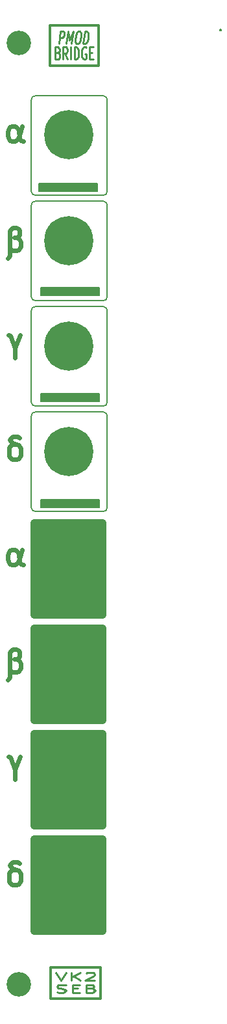
<source format=gbr>
%TF.GenerationSoftware,KiCad,Pcbnew,(6.0.6)*%
%TF.CreationDate,2022-08-15T20:12:40+02:00*%
%TF.ProjectId,eurorack-pmod-panel,6575726f-7261-4636-9b2d-706d6f642d70,rev?*%
%TF.SameCoordinates,Original*%
%TF.FileFunction,Soldermask,Top*%
%TF.FilePolarity,Negative*%
%FSLAX46Y46*%
G04 Gerber Fmt 4.6, Leading zero omitted, Abs format (unit mm)*
G04 Created by KiCad (PCBNEW (6.0.6)) date 2022-08-15 20:12:40*
%MOMM*%
%LPD*%
G01*
G04 APERTURE LIST*
%ADD10C,0.250000*%
%ADD11C,0.300000*%
%ADD12C,0.200000*%
%ADD13C,0.600000*%
%ADD14C,1.000000*%
%ADD15C,0.150000*%
%ADD16C,6.400000*%
%ADD17C,3.200000*%
G04 APERTURE END LIST*
D10*
X5119952Y-4330714D02*
X5262809Y-4406904D01*
X5310428Y-4483095D01*
X5358047Y-4635476D01*
X5358047Y-4864047D01*
X5310428Y-5016428D01*
X5262809Y-5092619D01*
X5167571Y-5168809D01*
X4786619Y-5168809D01*
X4786619Y-3568809D01*
X5119952Y-3568809D01*
X5215190Y-3645000D01*
X5262809Y-3721190D01*
X5310428Y-3873571D01*
X5310428Y-4025952D01*
X5262809Y-4178333D01*
X5215190Y-4254523D01*
X5119952Y-4330714D01*
X4786619Y-4330714D01*
X6358047Y-5168809D02*
X6024714Y-4406904D01*
X5786619Y-5168809D02*
X5786619Y-3568809D01*
X6167571Y-3568809D01*
X6262809Y-3645000D01*
X6310428Y-3721190D01*
X6358047Y-3873571D01*
X6358047Y-4102142D01*
X6310428Y-4254523D01*
X6262809Y-4330714D01*
X6167571Y-4406904D01*
X5786619Y-4406904D01*
X6786619Y-5168809D02*
X6786619Y-3568809D01*
X7262809Y-5168809D02*
X7262809Y-3568809D01*
X7500904Y-3568809D01*
X7643761Y-3645000D01*
X7739000Y-3797380D01*
X7786619Y-3949761D01*
X7834238Y-4254523D01*
X7834238Y-4483095D01*
X7786619Y-4787857D01*
X7739000Y-4940238D01*
X7643761Y-5092619D01*
X7500904Y-5168809D01*
X7262809Y-5168809D01*
X8786619Y-3645000D02*
X8691380Y-3568809D01*
X8548523Y-3568809D01*
X8405666Y-3645000D01*
X8310428Y-3797380D01*
X8262809Y-3949761D01*
X8215190Y-4254523D01*
X8215190Y-4483095D01*
X8262809Y-4787857D01*
X8310428Y-4940238D01*
X8405666Y-5092619D01*
X8548523Y-5168809D01*
X8643761Y-5168809D01*
X8786619Y-5092619D01*
X8834238Y-5016428D01*
X8834238Y-4483095D01*
X8643761Y-4483095D01*
X9262809Y-4330714D02*
X9596142Y-4330714D01*
X9739000Y-5168809D02*
X9262809Y-5168809D01*
X9262809Y-3568809D01*
X9739000Y-3568809D01*
D11*
X4191000Y-123317000D02*
X10668000Y-123317000D01*
X10668000Y-123317000D02*
X10668000Y-127381000D01*
X10668000Y-127381000D02*
X4191000Y-127381000D01*
X4191000Y-127381000D02*
X4191000Y-123317000D01*
D12*
X1651000Y-10414000D02*
X1651000Y-22352000D01*
X11557000Y-22352000D02*
X11557000Y-10414000D01*
X2159000Y-9906000D02*
X11049000Y-9906000D01*
X2159000Y-9906000D02*
G75*
G03*
X1651000Y-10414000I1J-508001D01*
G01*
X11049000Y-22860000D02*
G75*
G03*
X11557000Y-22352000I0J508000D01*
G01*
X11557000Y-10414000D02*
G75*
G03*
X11049000Y-9906000I-508000J0D01*
G01*
X2159000Y-22860000D02*
X11049000Y-22860000D01*
X1651000Y-22352000D02*
G75*
G03*
X2159000Y-22860000I508001J1D01*
G01*
X1651000Y-24130000D02*
X1651000Y-36068000D01*
X11557000Y-36068000D02*
X11557000Y-24130000D01*
X2159000Y-23622000D02*
X11049000Y-23622000D01*
X2159000Y-23622000D02*
G75*
G03*
X1651000Y-24130000I1J-508001D01*
G01*
X11049000Y-36576000D02*
G75*
G03*
X11557000Y-36068000I0J508000D01*
G01*
X11557000Y-24130000D02*
G75*
G03*
X11049000Y-23622000I-508000J0D01*
G01*
X2159000Y-36576000D02*
X11049000Y-36576000D01*
X1651000Y-36068000D02*
G75*
G03*
X2159000Y-36576000I508001J1D01*
G01*
X1651000Y-37846000D02*
X1651000Y-49784000D01*
X11557000Y-49784000D02*
X11557000Y-37846000D01*
X2159000Y-37338000D02*
X11049000Y-37338000D01*
X2159000Y-37338000D02*
G75*
G03*
X1651000Y-37846000I1J-508001D01*
G01*
X11049000Y-50292000D02*
G75*
G03*
X11557000Y-49784000I0J508000D01*
G01*
X11557000Y-37846000D02*
G75*
G03*
X11049000Y-37338000I-508000J0D01*
G01*
X2159000Y-50292000D02*
X11049000Y-50292000D01*
X1651000Y-49784000D02*
G75*
G03*
X2159000Y-50292000I508001J1D01*
G01*
X11557000Y-63500000D02*
X11557000Y-51562000D01*
X2159000Y-64008000D02*
X11049000Y-64008000D01*
X2159000Y-51054000D02*
X11049000Y-51054000D01*
X1651000Y-51562000D02*
X1651000Y-63500000D01*
X11049000Y-64008000D02*
G75*
G03*
X11557000Y-63500000I0J508000D01*
G01*
X1651000Y-63500000D02*
G75*
G03*
X2159000Y-64008000I508000J0D01*
G01*
X11557000Y-51562000D02*
G75*
G03*
X11049000Y-51054000I-508000J0D01*
G01*
X2159000Y-51054000D02*
G75*
G03*
X1651000Y-51562000I0J-508000D01*
G01*
D13*
X-293714Y-110609142D02*
X-722285Y-110609142D01*
X-1008000Y-110752000D01*
X-1150857Y-110894857D01*
X-1293714Y-111180571D01*
X-1293714Y-112037714D01*
X-1150857Y-112323428D01*
X-1008000Y-112466285D01*
X-722285Y-112609142D01*
X-293714Y-112609142D01*
X-7999Y-112466285D01*
X134857Y-112323428D01*
X277714Y-112037714D01*
X277714Y-111180571D01*
X134857Y-110894857D01*
X-7999Y-110752000D01*
X-293714Y-110609142D01*
X-722285Y-110466285D01*
X-1008000Y-110323428D01*
X-1150857Y-110037714D01*
X-1008000Y-109752000D01*
X-722285Y-109609142D01*
X-150857Y-109609142D01*
X134857Y-109752000D01*
X-508000Y-97591428D02*
X-508000Y-98877142D01*
X-1365142Y-95877142D02*
X-1222285Y-95877142D01*
X-1079428Y-96020000D01*
X-508000Y-97591428D01*
X206285Y-95877142D01*
X-293714Y-83208857D02*
X-7999Y-83351714D01*
X134857Y-83494571D01*
X277714Y-83780285D01*
X277714Y-84351714D01*
X134857Y-84637428D01*
X-7999Y-84780285D01*
X-293714Y-84923142D01*
X-722285Y-84923142D01*
X-1008000Y-84780285D01*
X-1150857Y-84637428D01*
X-1436571Y-85923142D02*
X-1293714Y-85780285D01*
X-1150857Y-85494571D01*
X-1150857Y-82351714D01*
X-1008000Y-82066000D01*
X-722285Y-81923142D01*
X-293714Y-81923142D01*
X-7999Y-82066000D01*
X134857Y-82351714D01*
X134857Y-82780285D01*
X-7999Y-83066000D01*
X-293714Y-83208857D01*
X-579428Y-83208857D01*
X420571Y-68953142D02*
X-7999Y-70381714D01*
X-150857Y-70667428D01*
X-293714Y-70810285D01*
X-579428Y-70953142D01*
X-865142Y-70953142D01*
X-1150857Y-70810285D01*
X-1293714Y-70667428D01*
X-1436571Y-70238857D01*
X-1436571Y-69667428D01*
X-1293714Y-69238857D01*
X-1150857Y-69096000D01*
X-865142Y-68953142D01*
X-579428Y-68953142D01*
X-293714Y-69096000D01*
X-150857Y-69238857D01*
X-7999Y-69524571D01*
X134857Y-70524571D01*
X277714Y-70810285D01*
X563428Y-70953142D01*
D14*
X2032000Y-106680000D02*
X10922000Y-106680000D01*
X10922000Y-106680000D02*
X10922000Y-118618000D01*
X10922000Y-118618000D02*
X2032000Y-118618000D01*
X2032000Y-118618000D02*
X2032000Y-106680000D01*
G36*
X2032000Y-106680000D02*
G01*
X10922000Y-106680000D01*
X10922000Y-118618000D01*
X2032000Y-118618000D01*
X2032000Y-106680000D01*
G37*
X2032000Y-92964000D02*
X10922000Y-92964000D01*
X10922000Y-92964000D02*
X10922000Y-104902000D01*
X10922000Y-104902000D02*
X2032000Y-104902000D01*
X2032000Y-104902000D02*
X2032000Y-92964000D01*
G36*
X2032000Y-92964000D02*
G01*
X10922000Y-92964000D01*
X10922000Y-104902000D01*
X2032000Y-104902000D01*
X2032000Y-92964000D01*
G37*
X2032000Y-79248000D02*
X10922000Y-79248000D01*
X10922000Y-79248000D02*
X10922000Y-91186000D01*
X10922000Y-91186000D02*
X2032000Y-91186000D01*
X2032000Y-91186000D02*
X2032000Y-79248000D01*
G36*
X2032000Y-79248000D02*
G01*
X10922000Y-79248000D01*
X10922000Y-91186000D01*
X2032000Y-91186000D01*
X2032000Y-79248000D01*
G37*
X2032000Y-65532000D02*
X10922000Y-65532000D01*
X10922000Y-65532000D02*
X10922000Y-77470000D01*
X10922000Y-77470000D02*
X2032000Y-77470000D01*
X2032000Y-77470000D02*
X2032000Y-65532000D01*
G36*
X2032000Y-65532000D02*
G01*
X10922000Y-65532000D01*
X10922000Y-77470000D01*
X2032000Y-77470000D01*
X2032000Y-65532000D01*
G37*
D15*
X2921000Y-103814000D02*
X10541000Y-103814000D01*
X10541000Y-103814000D02*
X10541000Y-104830000D01*
X10541000Y-104830000D02*
X2921000Y-104830000D01*
X2921000Y-104830000D02*
X2921000Y-103814000D01*
G36*
X2921000Y-103814000D02*
G01*
X10541000Y-103814000D01*
X10541000Y-104830000D01*
X2921000Y-104830000D01*
X2921000Y-103814000D01*
G37*
D11*
X4064000Y-762000D02*
X10414000Y-762000D01*
X10414000Y-762000D02*
X10414000Y-5969000D01*
X10414000Y-5969000D02*
X4064000Y-5969000D01*
X4064000Y-5969000D02*
X4064000Y-762000D01*
D15*
X2921000Y-48662000D02*
X10541000Y-48662000D01*
X10541000Y-48662000D02*
X10541000Y-49678000D01*
X10541000Y-49678000D02*
X2921000Y-49678000D01*
X2921000Y-49678000D02*
X2921000Y-48662000D01*
G36*
X2921000Y-48662000D02*
G01*
X10541000Y-48662000D01*
X10541000Y-49678000D01*
X2921000Y-49678000D01*
X2921000Y-48662000D01*
G37*
X2921000Y-62450000D02*
X10541000Y-62450000D01*
X10541000Y-62450000D02*
X10541000Y-63466000D01*
X10541000Y-63466000D02*
X2921000Y-63466000D01*
X2921000Y-63466000D02*
X2921000Y-62450000D01*
G36*
X2921000Y-62450000D02*
G01*
X10541000Y-62450000D01*
X10541000Y-63466000D01*
X2921000Y-63466000D01*
X2921000Y-62450000D01*
G37*
X26289000Y-1397000D02*
X26416000Y-1397000D01*
X26416000Y-1397000D02*
X26416000Y-1270000D01*
X26416000Y-1270000D02*
X26289000Y-1270000D01*
X26289000Y-1270000D02*
X26289000Y-1397000D01*
X2921000Y-90026000D02*
X10541000Y-90026000D01*
X10541000Y-90026000D02*
X10541000Y-91042000D01*
X10541000Y-91042000D02*
X2921000Y-91042000D01*
X2921000Y-91042000D02*
X2921000Y-90026000D01*
G36*
X2921000Y-90026000D02*
G01*
X10541000Y-90026000D01*
X10541000Y-91042000D01*
X2921000Y-91042000D01*
X2921000Y-90026000D01*
G37*
X2921000Y-76238000D02*
X10541000Y-76238000D01*
X10541000Y-76238000D02*
X10541000Y-77254000D01*
X10541000Y-77254000D02*
X2921000Y-77254000D01*
X2921000Y-77254000D02*
X2921000Y-76238000D01*
G36*
X2921000Y-76238000D02*
G01*
X10541000Y-76238000D01*
X10541000Y-77254000D01*
X2921000Y-77254000D01*
X2921000Y-76238000D01*
G37*
X2921000Y-48662000D02*
X10541000Y-48662000D01*
X10541000Y-48662000D02*
X10541000Y-49678000D01*
X10541000Y-49678000D02*
X2921000Y-49678000D01*
X2921000Y-49678000D02*
X2921000Y-48662000D01*
G36*
X2921000Y-48662000D02*
G01*
X10541000Y-48662000D01*
X10541000Y-49678000D01*
X2921000Y-49678000D01*
X2921000Y-48662000D01*
G37*
X2921000Y-90026000D02*
X10541000Y-90026000D01*
X10541000Y-90026000D02*
X10541000Y-91042000D01*
X10541000Y-91042000D02*
X2921000Y-91042000D01*
X2921000Y-91042000D02*
X2921000Y-90026000D01*
G36*
X2921000Y-90026000D02*
G01*
X10541000Y-90026000D01*
X10541000Y-91042000D01*
X2921000Y-91042000D01*
X2921000Y-90026000D01*
G37*
X2921000Y-103814000D02*
X10541000Y-103814000D01*
X10541000Y-103814000D02*
X10541000Y-104830000D01*
X10541000Y-104830000D02*
X2921000Y-104830000D01*
X2921000Y-104830000D02*
X2921000Y-103814000D01*
G36*
X2921000Y-103814000D02*
G01*
X10541000Y-103814000D01*
X10541000Y-104830000D01*
X2921000Y-104830000D01*
X2921000Y-103814000D01*
G37*
X2671000Y-21336000D02*
X10291000Y-21336000D01*
X10291000Y-21336000D02*
X10291000Y-22352000D01*
X10291000Y-22352000D02*
X2671000Y-22352000D01*
X2671000Y-22352000D02*
X2671000Y-21336000D01*
G36*
X2671000Y-21336000D02*
G01*
X10291000Y-21336000D01*
X10291000Y-22352000D01*
X2671000Y-22352000D01*
X2671000Y-21336000D01*
G37*
X2794000Y-117602000D02*
X10414000Y-117602000D01*
X10414000Y-117602000D02*
X10414000Y-118618000D01*
X10414000Y-118618000D02*
X2794000Y-118618000D01*
X2794000Y-118618000D02*
X2794000Y-117602000D01*
G36*
X2794000Y-117602000D02*
G01*
X10414000Y-117602000D01*
X10414000Y-118618000D01*
X2794000Y-118618000D01*
X2794000Y-117602000D01*
G37*
X2921000Y-34874000D02*
X10541000Y-34874000D01*
X10541000Y-34874000D02*
X10541000Y-35890000D01*
X10541000Y-35890000D02*
X2921000Y-35890000D01*
X2921000Y-35890000D02*
X2921000Y-34874000D01*
G36*
X2921000Y-34874000D02*
G01*
X10541000Y-34874000D01*
X10541000Y-35890000D01*
X2921000Y-35890000D01*
X2921000Y-34874000D01*
G37*
X2921000Y-34874000D02*
X10541000Y-34874000D01*
X10541000Y-34874000D02*
X10541000Y-35890000D01*
X10541000Y-35890000D02*
X2921000Y-35890000D01*
X2921000Y-35890000D02*
X2921000Y-34874000D01*
G36*
X2921000Y-34874000D02*
G01*
X10541000Y-34874000D01*
X10541000Y-35890000D01*
X2921000Y-35890000D01*
X2921000Y-34874000D01*
G37*
X2921000Y-76238000D02*
X10541000Y-76238000D01*
X10541000Y-76238000D02*
X10541000Y-77254000D01*
X10541000Y-77254000D02*
X2921000Y-77254000D01*
X2921000Y-77254000D02*
X2921000Y-76238000D01*
G36*
X2921000Y-76238000D02*
G01*
X10541000Y-76238000D01*
X10541000Y-77254000D01*
X2921000Y-77254000D01*
X2921000Y-76238000D01*
G37*
X2921000Y-62450000D02*
X10541000Y-62450000D01*
X10541000Y-62450000D02*
X10541000Y-63466000D01*
X10541000Y-63466000D02*
X2921000Y-63466000D01*
X2921000Y-63466000D02*
X2921000Y-62450000D01*
G36*
X2921000Y-62450000D02*
G01*
X10541000Y-62450000D01*
X10541000Y-63466000D01*
X2921000Y-63466000D01*
X2921000Y-62450000D01*
G37*
X2921000Y-117602000D02*
X10541000Y-117602000D01*
X10541000Y-117602000D02*
X10541000Y-118618000D01*
X10541000Y-118618000D02*
X2921000Y-118618000D01*
X2921000Y-118618000D02*
X2921000Y-117602000D01*
G36*
X2921000Y-117602000D02*
G01*
X10541000Y-117602000D01*
X10541000Y-118618000D01*
X2921000Y-118618000D01*
X2921000Y-117602000D01*
G37*
D13*
X-508000Y-42727428D02*
X-508000Y-44013142D01*
X-1365142Y-41013142D02*
X-1222285Y-41013142D01*
X-1079428Y-41156000D01*
X-508000Y-42727428D01*
X206285Y-41013142D01*
X-293714Y-28344857D02*
X-7999Y-28487714D01*
X134857Y-28630571D01*
X277714Y-28916285D01*
X277714Y-29487714D01*
X134857Y-29773428D01*
X-7999Y-29916285D01*
X-293714Y-30059142D01*
X-722285Y-30059142D01*
X-1008000Y-29916285D01*
X-1150857Y-29773428D01*
X-1436571Y-31059142D02*
X-1293714Y-30916285D01*
X-1150857Y-30630571D01*
X-1150857Y-27487714D01*
X-1008000Y-27202000D01*
X-722285Y-27059142D01*
X-293714Y-27059142D01*
X-7999Y-27202000D01*
X134857Y-27487714D01*
X134857Y-27916285D01*
X-7999Y-28202000D01*
X-293714Y-28344857D01*
X-579428Y-28344857D01*
X-293714Y-55237142D02*
X-722285Y-55237142D01*
X-1008000Y-55380000D01*
X-1150857Y-55522857D01*
X-1293714Y-55808571D01*
X-1293714Y-56665714D01*
X-1150857Y-56951428D01*
X-1008000Y-57094285D01*
X-722285Y-57237142D01*
X-293714Y-57237142D01*
X-7999Y-57094285D01*
X134857Y-56951428D01*
X277714Y-56665714D01*
X277714Y-55808571D01*
X134857Y-55522857D01*
X-7999Y-55380000D01*
X-293714Y-55237142D01*
X-722285Y-55094285D01*
X-1008000Y-54951428D01*
X-1150857Y-54665714D01*
X-1008000Y-54380000D01*
X-722285Y-54237142D01*
X-150857Y-54237142D01*
X134857Y-54380000D01*
D10*
X4873952Y-123996380D02*
X5540619Y-124996380D01*
X6207285Y-123996380D01*
X6873952Y-124996380D02*
X6873952Y-123996380D01*
X8016809Y-124996380D02*
X7159666Y-124424952D01*
X8016809Y-123996380D02*
X6873952Y-124567809D01*
X8778714Y-124091619D02*
X8873952Y-124044000D01*
X9064428Y-123996380D01*
X9540619Y-123996380D01*
X9731095Y-124044000D01*
X9826333Y-124091619D01*
X9921571Y-124186857D01*
X9921571Y-124282095D01*
X9826333Y-124424952D01*
X8683476Y-124996380D01*
X9921571Y-124996380D01*
X5016809Y-126558761D02*
X5302523Y-126606380D01*
X5778714Y-126606380D01*
X5969190Y-126558761D01*
X6064428Y-126511142D01*
X6159666Y-126415904D01*
X6159666Y-126320666D01*
X6064428Y-126225428D01*
X5969190Y-126177809D01*
X5778714Y-126130190D01*
X5397761Y-126082571D01*
X5207285Y-126034952D01*
X5112047Y-125987333D01*
X5016809Y-125892095D01*
X5016809Y-125796857D01*
X5112047Y-125701619D01*
X5207285Y-125654000D01*
X5397761Y-125606380D01*
X5873952Y-125606380D01*
X6159666Y-125654000D01*
X7016809Y-126082571D02*
X7683476Y-126082571D01*
X7969190Y-126606380D02*
X7016809Y-126606380D01*
X7016809Y-125606380D01*
X7969190Y-125606380D01*
X9493000Y-126082571D02*
X9778714Y-126130190D01*
X9873952Y-126177809D01*
X9969190Y-126273047D01*
X9969190Y-126415904D01*
X9873952Y-126511142D01*
X9778714Y-126558761D01*
X9588238Y-126606380D01*
X8826333Y-126606380D01*
X8826333Y-125606380D01*
X9493000Y-125606380D01*
X9683476Y-125654000D01*
X9778714Y-125701619D01*
X9873952Y-125796857D01*
X9873952Y-125892095D01*
X9778714Y-125987333D01*
X9683476Y-126034952D01*
X9493000Y-126082571D01*
X8826333Y-126082571D01*
D13*
X420571Y-13835142D02*
X-7999Y-15263714D01*
X-150857Y-15549428D01*
X-293714Y-15692285D01*
X-579428Y-15835142D01*
X-865142Y-15835142D01*
X-1150857Y-15692285D01*
X-1293714Y-15549428D01*
X-1436571Y-15120857D01*
X-1436571Y-14549428D01*
X-1293714Y-14120857D01*
X-1150857Y-13978000D01*
X-865142Y-13835142D01*
X-579428Y-13835142D01*
X-293714Y-13978000D01*
X-150857Y-14120857D01*
X-7999Y-14406571D01*
X134857Y-15406571D01*
X277714Y-15692285D01*
X563428Y-15835142D01*
D10*
X5230380Y-3136809D02*
X5430380Y-1536809D01*
X5811333Y-1536809D01*
X5897047Y-1613000D01*
X5935142Y-1689190D01*
X5963714Y-1841571D01*
X5935142Y-2070142D01*
X5868476Y-2222523D01*
X5811333Y-2298714D01*
X5706571Y-2374904D01*
X5325619Y-2374904D01*
X6230380Y-3136809D02*
X6430380Y-1536809D01*
X6620857Y-2679666D01*
X7097047Y-1536809D01*
X6897047Y-3136809D01*
X7763714Y-1536809D02*
X7954190Y-1536809D01*
X8039904Y-1613000D01*
X8116095Y-1765380D01*
X8125619Y-2070142D01*
X8058952Y-2603476D01*
X7973238Y-2908238D01*
X7858952Y-3060619D01*
X7754190Y-3136809D01*
X7563714Y-3136809D01*
X7478000Y-3060619D01*
X7401809Y-2908238D01*
X7392285Y-2603476D01*
X7458952Y-2070142D01*
X7544666Y-1765380D01*
X7658952Y-1613000D01*
X7763714Y-1536809D01*
X8420857Y-3136809D02*
X8620857Y-1536809D01*
X8858952Y-1536809D01*
X8992285Y-1613000D01*
X9068476Y-1765380D01*
X9097047Y-1917761D01*
X9106571Y-2222523D01*
X9078000Y-2451095D01*
X8992285Y-2755857D01*
X8925619Y-2908238D01*
X8811333Y-3060619D01*
X8658952Y-3136809D01*
X8420857Y-3136809D01*
D16*
%TO.C,REF\u002A\u002A*%
X6500000Y-83700710D03*
%TD*%
%TO.C,REF\u002A\u002A*%
X6500000Y-42471284D03*
%TD*%
%TO.C,REF\u002A\u002A*%
X6500000Y-14985000D03*
%TD*%
%TO.C,REF\u002A\u002A*%
X6500000Y-97443852D03*
%TD*%
D17*
%TO.C,REF\u002A\u002A*%
X0Y-125500000D03*
%TD*%
D16*
%TO.C,REF\u002A\u002A*%
X6500000Y-56214426D03*
%TD*%
%TO.C,REF\u002A\u002A*%
X6500000Y-111187000D03*
%TD*%
%TO.C,REF\u002A\u002A*%
X6500000Y-69957568D03*
%TD*%
D17*
%TO.C,REF\u002A\u002A*%
X0Y-3000000D03*
%TD*%
D16*
%TO.C,REF\u002A\u002A*%
X6500000Y-28728142D03*
%TD*%
M02*

</source>
